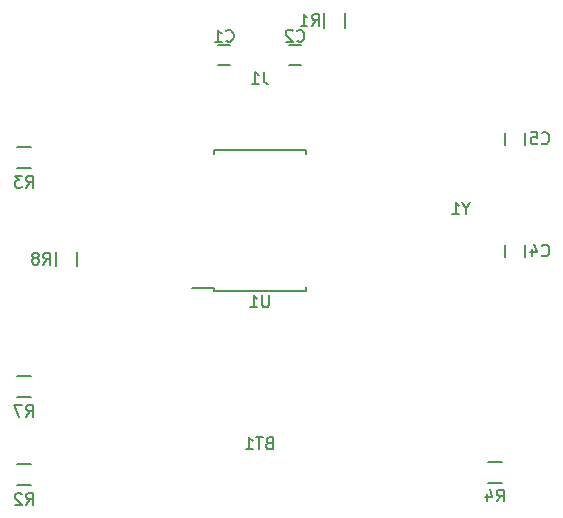
<source format=gbo>
G04 #@! TF.FileFunction,Legend,Bot*
%FSLAX46Y46*%
G04 Gerber Fmt 4.6, Leading zero omitted, Abs format (unit mm)*
G04 Created by KiCad (PCBNEW 4.0.7) date Thursday, May 03, 2018 'AMt' 10:41:57 AM*
%MOMM*%
%LPD*%
G01*
G04 APERTURE LIST*
%ADD10C,0.100000*%
%ADD11C,0.150000*%
G04 APERTURE END LIST*
D10*
D11*
X97500000Y-78850000D02*
X96500000Y-78850000D01*
X96500000Y-77150000D02*
X97500000Y-77150000D01*
X103500000Y-78850000D02*
X102500000Y-78850000D01*
X102500000Y-77150000D02*
X103500000Y-77150000D01*
X122460000Y-94070000D02*
X122460000Y-95070000D01*
X120760000Y-95070000D02*
X120760000Y-94070000D01*
X122460000Y-84560000D02*
X122460000Y-85560000D01*
X120760000Y-85560000D02*
X120760000Y-84560000D01*
X107225000Y-75650000D02*
X107225000Y-74450000D01*
X105475000Y-74450000D02*
X105475000Y-75650000D01*
X80650000Y-112625000D02*
X79450000Y-112625000D01*
X79450000Y-114375000D02*
X80650000Y-114375000D01*
X80650000Y-85765000D02*
X79450000Y-85765000D01*
X79450000Y-87515000D02*
X80650000Y-87515000D01*
X119310000Y-114195000D02*
X120510000Y-114195000D01*
X120510000Y-112445000D02*
X119310000Y-112445000D01*
X80650000Y-105155000D02*
X79450000Y-105155000D01*
X79450000Y-106905000D02*
X80650000Y-106905000D01*
X84485000Y-95860000D02*
X84485000Y-94660000D01*
X82735000Y-94660000D02*
X82735000Y-95860000D01*
X96125000Y-97950000D02*
X96125000Y-97700000D01*
X103875000Y-97950000D02*
X103875000Y-97605000D01*
X103875000Y-86050000D02*
X103875000Y-86395000D01*
X96125000Y-86050000D02*
X96125000Y-86395000D01*
X96125000Y-97950000D02*
X103875000Y-97950000D01*
X96125000Y-86050000D02*
X103875000Y-86050000D01*
X96125000Y-97700000D02*
X94300000Y-97700000D01*
X100785714Y-110828571D02*
X100642857Y-110876190D01*
X100595238Y-110923810D01*
X100547619Y-111019048D01*
X100547619Y-111161905D01*
X100595238Y-111257143D01*
X100642857Y-111304762D01*
X100738095Y-111352381D01*
X101119048Y-111352381D01*
X101119048Y-110352381D01*
X100785714Y-110352381D01*
X100690476Y-110400000D01*
X100642857Y-110447619D01*
X100595238Y-110542857D01*
X100595238Y-110638095D01*
X100642857Y-110733333D01*
X100690476Y-110780952D01*
X100785714Y-110828571D01*
X101119048Y-110828571D01*
X100261905Y-110352381D02*
X99690476Y-110352381D01*
X99976191Y-111352381D02*
X99976191Y-110352381D01*
X98833333Y-111352381D02*
X99404762Y-111352381D01*
X99119048Y-111352381D02*
X99119048Y-110352381D01*
X99214286Y-110495238D01*
X99309524Y-110590476D01*
X99404762Y-110638095D01*
X97156666Y-76747143D02*
X97204285Y-76794762D01*
X97347142Y-76842381D01*
X97442380Y-76842381D01*
X97585238Y-76794762D01*
X97680476Y-76699524D01*
X97728095Y-76604286D01*
X97775714Y-76413810D01*
X97775714Y-76270952D01*
X97728095Y-76080476D01*
X97680476Y-75985238D01*
X97585238Y-75890000D01*
X97442380Y-75842381D01*
X97347142Y-75842381D01*
X97204285Y-75890000D01*
X97156666Y-75937619D01*
X96204285Y-76842381D02*
X96775714Y-76842381D01*
X96490000Y-76842381D02*
X96490000Y-75842381D01*
X96585238Y-75985238D01*
X96680476Y-76080476D01*
X96775714Y-76128095D01*
X103166666Y-76747143D02*
X103214285Y-76794762D01*
X103357142Y-76842381D01*
X103452380Y-76842381D01*
X103595238Y-76794762D01*
X103690476Y-76699524D01*
X103738095Y-76604286D01*
X103785714Y-76413810D01*
X103785714Y-76270952D01*
X103738095Y-76080476D01*
X103690476Y-75985238D01*
X103595238Y-75890000D01*
X103452380Y-75842381D01*
X103357142Y-75842381D01*
X103214285Y-75890000D01*
X103166666Y-75937619D01*
X102785714Y-75937619D02*
X102738095Y-75890000D01*
X102642857Y-75842381D01*
X102404761Y-75842381D01*
X102309523Y-75890000D01*
X102261904Y-75937619D01*
X102214285Y-76032857D01*
X102214285Y-76128095D01*
X102261904Y-76270952D01*
X102833333Y-76842381D01*
X102214285Y-76842381D01*
X123876666Y-94927143D02*
X123924285Y-94974762D01*
X124067142Y-95022381D01*
X124162380Y-95022381D01*
X124305238Y-94974762D01*
X124400476Y-94879524D01*
X124448095Y-94784286D01*
X124495714Y-94593810D01*
X124495714Y-94450952D01*
X124448095Y-94260476D01*
X124400476Y-94165238D01*
X124305238Y-94070000D01*
X124162380Y-94022381D01*
X124067142Y-94022381D01*
X123924285Y-94070000D01*
X123876666Y-94117619D01*
X123019523Y-94355714D02*
X123019523Y-95022381D01*
X123257619Y-93974762D02*
X123495714Y-94689048D01*
X122876666Y-94689048D01*
X123876666Y-85417143D02*
X123924285Y-85464762D01*
X124067142Y-85512381D01*
X124162380Y-85512381D01*
X124305238Y-85464762D01*
X124400476Y-85369524D01*
X124448095Y-85274286D01*
X124495714Y-85083810D01*
X124495714Y-84940952D01*
X124448095Y-84750476D01*
X124400476Y-84655238D01*
X124305238Y-84560000D01*
X124162380Y-84512381D01*
X124067142Y-84512381D01*
X123924285Y-84560000D01*
X123876666Y-84607619D01*
X122971904Y-84512381D02*
X123448095Y-84512381D01*
X123495714Y-84988571D01*
X123448095Y-84940952D01*
X123352857Y-84893333D01*
X123114761Y-84893333D01*
X123019523Y-84940952D01*
X122971904Y-84988571D01*
X122924285Y-85083810D01*
X122924285Y-85321905D01*
X122971904Y-85417143D01*
X123019523Y-85464762D01*
X123114761Y-85512381D01*
X123352857Y-85512381D01*
X123448095Y-85464762D01*
X123495714Y-85417143D01*
X104416666Y-75502381D02*
X104750000Y-75026190D01*
X104988095Y-75502381D02*
X104988095Y-74502381D01*
X104607142Y-74502381D01*
X104511904Y-74550000D01*
X104464285Y-74597619D01*
X104416666Y-74692857D01*
X104416666Y-74835714D01*
X104464285Y-74930952D01*
X104511904Y-74978571D01*
X104607142Y-75026190D01*
X104988095Y-75026190D01*
X103464285Y-75502381D02*
X104035714Y-75502381D01*
X103750000Y-75502381D02*
X103750000Y-74502381D01*
X103845238Y-74645238D01*
X103940476Y-74740476D01*
X104035714Y-74788095D01*
X80216666Y-116052381D02*
X80550000Y-115576190D01*
X80788095Y-116052381D02*
X80788095Y-115052381D01*
X80407142Y-115052381D01*
X80311904Y-115100000D01*
X80264285Y-115147619D01*
X80216666Y-115242857D01*
X80216666Y-115385714D01*
X80264285Y-115480952D01*
X80311904Y-115528571D01*
X80407142Y-115576190D01*
X80788095Y-115576190D01*
X79835714Y-115147619D02*
X79788095Y-115100000D01*
X79692857Y-115052381D01*
X79454761Y-115052381D01*
X79359523Y-115100000D01*
X79311904Y-115147619D01*
X79264285Y-115242857D01*
X79264285Y-115338095D01*
X79311904Y-115480952D01*
X79883333Y-116052381D01*
X79264285Y-116052381D01*
X80216666Y-89192381D02*
X80550000Y-88716190D01*
X80788095Y-89192381D02*
X80788095Y-88192381D01*
X80407142Y-88192381D01*
X80311904Y-88240000D01*
X80264285Y-88287619D01*
X80216666Y-88382857D01*
X80216666Y-88525714D01*
X80264285Y-88620952D01*
X80311904Y-88668571D01*
X80407142Y-88716190D01*
X80788095Y-88716190D01*
X79883333Y-88192381D02*
X79264285Y-88192381D01*
X79597619Y-88573333D01*
X79454761Y-88573333D01*
X79359523Y-88620952D01*
X79311904Y-88668571D01*
X79264285Y-88763810D01*
X79264285Y-89001905D01*
X79311904Y-89097143D01*
X79359523Y-89144762D01*
X79454761Y-89192381D01*
X79740476Y-89192381D01*
X79835714Y-89144762D01*
X79883333Y-89097143D01*
X120076666Y-115768381D02*
X120410000Y-115292190D01*
X120648095Y-115768381D02*
X120648095Y-114768381D01*
X120267142Y-114768381D01*
X120171904Y-114816000D01*
X120124285Y-114863619D01*
X120076666Y-114958857D01*
X120076666Y-115101714D01*
X120124285Y-115196952D01*
X120171904Y-115244571D01*
X120267142Y-115292190D01*
X120648095Y-115292190D01*
X119219523Y-115101714D02*
X119219523Y-115768381D01*
X119457619Y-114720762D02*
X119695714Y-115435048D01*
X119076666Y-115435048D01*
X80216666Y-108582381D02*
X80550000Y-108106190D01*
X80788095Y-108582381D02*
X80788095Y-107582381D01*
X80407142Y-107582381D01*
X80311904Y-107630000D01*
X80264285Y-107677619D01*
X80216666Y-107772857D01*
X80216666Y-107915714D01*
X80264285Y-108010952D01*
X80311904Y-108058571D01*
X80407142Y-108106190D01*
X80788095Y-108106190D01*
X79883333Y-107582381D02*
X79216666Y-107582381D01*
X79645238Y-108582381D01*
X81676666Y-95712381D02*
X82010000Y-95236190D01*
X82248095Y-95712381D02*
X82248095Y-94712381D01*
X81867142Y-94712381D01*
X81771904Y-94760000D01*
X81724285Y-94807619D01*
X81676666Y-94902857D01*
X81676666Y-95045714D01*
X81724285Y-95140952D01*
X81771904Y-95188571D01*
X81867142Y-95236190D01*
X82248095Y-95236190D01*
X81105238Y-95140952D02*
X81200476Y-95093333D01*
X81248095Y-95045714D01*
X81295714Y-94950476D01*
X81295714Y-94902857D01*
X81248095Y-94807619D01*
X81200476Y-94760000D01*
X81105238Y-94712381D01*
X80914761Y-94712381D01*
X80819523Y-94760000D01*
X80771904Y-94807619D01*
X80724285Y-94902857D01*
X80724285Y-94950476D01*
X80771904Y-95045714D01*
X80819523Y-95093333D01*
X80914761Y-95140952D01*
X81105238Y-95140952D01*
X81200476Y-95188571D01*
X81248095Y-95236190D01*
X81295714Y-95331429D01*
X81295714Y-95521905D01*
X81248095Y-95617143D01*
X81200476Y-95664762D01*
X81105238Y-95712381D01*
X80914761Y-95712381D01*
X80819523Y-95664762D01*
X80771904Y-95617143D01*
X80724285Y-95521905D01*
X80724285Y-95331429D01*
X80771904Y-95236190D01*
X80819523Y-95188571D01*
X80914761Y-95140952D01*
X100761905Y-98327381D02*
X100761905Y-99136905D01*
X100714286Y-99232143D01*
X100666667Y-99279762D01*
X100571429Y-99327381D01*
X100380952Y-99327381D01*
X100285714Y-99279762D01*
X100238095Y-99232143D01*
X100190476Y-99136905D01*
X100190476Y-98327381D01*
X99190476Y-99327381D02*
X99761905Y-99327381D01*
X99476191Y-99327381D02*
X99476191Y-98327381D01*
X99571429Y-98470238D01*
X99666667Y-98565476D01*
X99761905Y-98613095D01*
X117476191Y-90976190D02*
X117476191Y-91452381D01*
X117809524Y-90452381D02*
X117476191Y-90976190D01*
X117142857Y-90452381D01*
X116285714Y-91452381D02*
X116857143Y-91452381D01*
X116571429Y-91452381D02*
X116571429Y-90452381D01*
X116666667Y-90595238D01*
X116761905Y-90690476D01*
X116857143Y-90738095D01*
X100343333Y-79392381D02*
X100343333Y-80106667D01*
X100390953Y-80249524D01*
X100486191Y-80344762D01*
X100629048Y-80392381D01*
X100724286Y-80392381D01*
X99343333Y-80392381D02*
X99914762Y-80392381D01*
X99629048Y-80392381D02*
X99629048Y-79392381D01*
X99724286Y-79535238D01*
X99819524Y-79630476D01*
X99914762Y-79678095D01*
M02*

</source>
